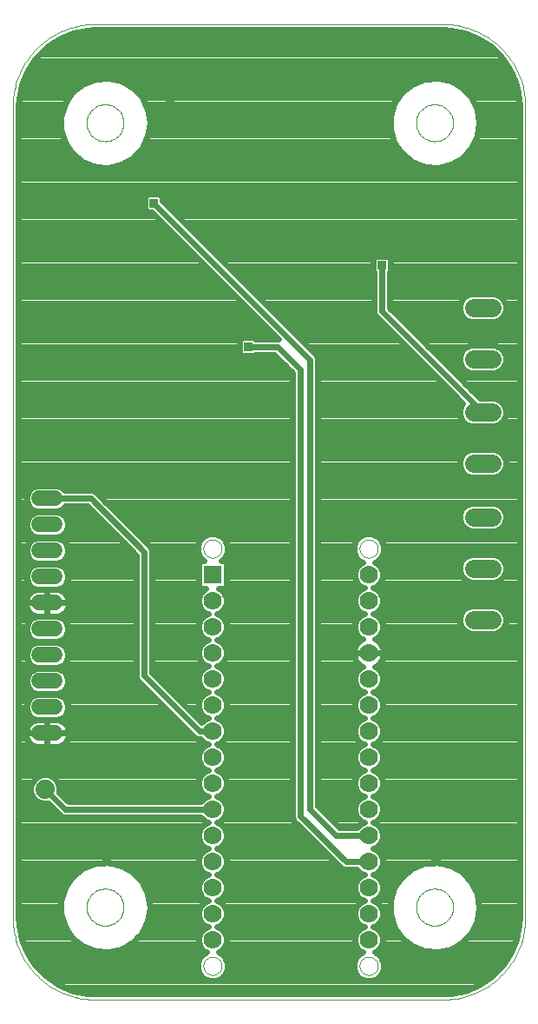
<source format=gbl>
G75*
%MOIN*%
%OFA0B0*%
%FSLAX24Y24*%
%IPPOS*%
%LPD*%
%AMOC8*
5,1,8,0,0,1.08239X$1,22.5*
%
%ADD10C,0.0000*%
%ADD11C,0.0740*%
%ADD12C,0.0600*%
%ADD13C,0.0705*%
%ADD14R,0.0700X0.0700*%
%ADD15C,0.0700*%
%ADD16C,0.0240*%
%ADD17R,0.0317X0.0317*%
D10*
X001927Y006076D02*
X001927Y037179D01*
X001926Y037179D02*
X001928Y037289D01*
X001934Y037399D01*
X001943Y037508D01*
X001957Y037617D01*
X001974Y037726D01*
X001995Y037834D01*
X002020Y037941D01*
X002048Y038047D01*
X002080Y038152D01*
X002116Y038256D01*
X002155Y038359D01*
X002198Y038460D01*
X002245Y038560D01*
X002295Y038658D01*
X002348Y038754D01*
X002405Y038848D01*
X002465Y038940D01*
X002528Y039031D01*
X002594Y039118D01*
X002663Y039204D01*
X002735Y039287D01*
X002810Y039367D01*
X002888Y039445D01*
X002968Y039520D01*
X003051Y039592D01*
X003137Y039661D01*
X003224Y039727D01*
X003315Y039790D01*
X003407Y039850D01*
X003501Y039907D01*
X003597Y039960D01*
X003695Y040010D01*
X003795Y040057D01*
X003896Y040100D01*
X003999Y040139D01*
X004103Y040175D01*
X004208Y040207D01*
X004314Y040235D01*
X004421Y040260D01*
X004529Y040281D01*
X004638Y040298D01*
X004747Y040312D01*
X004856Y040321D01*
X004966Y040327D01*
X005076Y040329D01*
X005076Y040328D02*
X018462Y040328D01*
X018462Y040329D02*
X018572Y040327D01*
X018682Y040321D01*
X018791Y040312D01*
X018900Y040298D01*
X019009Y040281D01*
X019117Y040260D01*
X019224Y040235D01*
X019330Y040207D01*
X019435Y040175D01*
X019539Y040139D01*
X019642Y040100D01*
X019743Y040057D01*
X019843Y040010D01*
X019941Y039960D01*
X020037Y039907D01*
X020131Y039850D01*
X020223Y039790D01*
X020314Y039727D01*
X020401Y039661D01*
X020487Y039592D01*
X020570Y039520D01*
X020650Y039445D01*
X020728Y039367D01*
X020803Y039287D01*
X020875Y039204D01*
X020944Y039118D01*
X021010Y039031D01*
X021073Y038940D01*
X021133Y038848D01*
X021190Y038754D01*
X021243Y038658D01*
X021293Y038560D01*
X021340Y038460D01*
X021383Y038359D01*
X021422Y038256D01*
X021458Y038152D01*
X021490Y038047D01*
X021518Y037941D01*
X021543Y037834D01*
X021564Y037726D01*
X021581Y037617D01*
X021595Y037508D01*
X021604Y037399D01*
X021610Y037289D01*
X021612Y037179D01*
X021612Y006076D01*
X021610Y005966D01*
X021604Y005856D01*
X021595Y005747D01*
X021581Y005638D01*
X021564Y005529D01*
X021543Y005421D01*
X021518Y005314D01*
X021490Y005208D01*
X021458Y005103D01*
X021422Y004999D01*
X021383Y004896D01*
X021340Y004795D01*
X021293Y004695D01*
X021243Y004597D01*
X021190Y004501D01*
X021133Y004407D01*
X021073Y004315D01*
X021010Y004224D01*
X020944Y004137D01*
X020875Y004051D01*
X020803Y003968D01*
X020728Y003888D01*
X020650Y003810D01*
X020570Y003735D01*
X020487Y003663D01*
X020401Y003594D01*
X020314Y003528D01*
X020223Y003465D01*
X020131Y003405D01*
X020037Y003348D01*
X019941Y003295D01*
X019843Y003245D01*
X019743Y003198D01*
X019642Y003155D01*
X019539Y003116D01*
X019435Y003080D01*
X019330Y003048D01*
X019224Y003020D01*
X019117Y002995D01*
X019009Y002974D01*
X018900Y002957D01*
X018791Y002943D01*
X018682Y002934D01*
X018572Y002928D01*
X018462Y002926D01*
X018462Y002927D02*
X005076Y002927D01*
X005076Y002926D02*
X004966Y002928D01*
X004856Y002934D01*
X004747Y002943D01*
X004638Y002957D01*
X004529Y002974D01*
X004421Y002995D01*
X004314Y003020D01*
X004208Y003048D01*
X004103Y003080D01*
X003999Y003116D01*
X003896Y003155D01*
X003795Y003198D01*
X003695Y003245D01*
X003597Y003295D01*
X003501Y003348D01*
X003407Y003405D01*
X003315Y003465D01*
X003224Y003528D01*
X003137Y003594D01*
X003051Y003663D01*
X002968Y003735D01*
X002888Y003810D01*
X002810Y003888D01*
X002735Y003968D01*
X002663Y004051D01*
X002594Y004137D01*
X002528Y004224D01*
X002465Y004315D01*
X002405Y004407D01*
X002348Y004501D01*
X002295Y004597D01*
X002245Y004695D01*
X002198Y004795D01*
X002155Y004896D01*
X002116Y004999D01*
X002080Y005103D01*
X002048Y005208D01*
X002020Y005314D01*
X001995Y005421D01*
X001974Y005529D01*
X001957Y005638D01*
X001943Y005747D01*
X001934Y005856D01*
X001928Y005966D01*
X001926Y006076D01*
X004761Y006470D02*
X004763Y006523D01*
X004769Y006576D01*
X004779Y006628D01*
X004792Y006679D01*
X004810Y006729D01*
X004831Y006778D01*
X004856Y006825D01*
X004884Y006869D01*
X004916Y006912D01*
X004950Y006952D01*
X004988Y006990D01*
X005028Y007024D01*
X005071Y007056D01*
X005116Y007084D01*
X005162Y007109D01*
X005211Y007130D01*
X005261Y007148D01*
X005312Y007161D01*
X005364Y007171D01*
X005417Y007177D01*
X005470Y007179D01*
X005523Y007177D01*
X005576Y007171D01*
X005628Y007161D01*
X005679Y007148D01*
X005729Y007130D01*
X005778Y007109D01*
X005825Y007084D01*
X005869Y007056D01*
X005912Y007024D01*
X005952Y006990D01*
X005990Y006952D01*
X006024Y006912D01*
X006056Y006869D01*
X006084Y006824D01*
X006109Y006778D01*
X006130Y006729D01*
X006148Y006679D01*
X006161Y006628D01*
X006171Y006576D01*
X006177Y006523D01*
X006179Y006470D01*
X006177Y006417D01*
X006171Y006364D01*
X006161Y006312D01*
X006148Y006261D01*
X006130Y006211D01*
X006109Y006162D01*
X006084Y006115D01*
X006056Y006071D01*
X006024Y006028D01*
X005990Y005988D01*
X005952Y005950D01*
X005912Y005916D01*
X005869Y005884D01*
X005824Y005856D01*
X005778Y005831D01*
X005729Y005810D01*
X005679Y005792D01*
X005628Y005779D01*
X005576Y005769D01*
X005523Y005763D01*
X005470Y005761D01*
X005417Y005763D01*
X005364Y005769D01*
X005312Y005779D01*
X005261Y005792D01*
X005211Y005810D01*
X005162Y005831D01*
X005115Y005856D01*
X005071Y005884D01*
X005028Y005916D01*
X004988Y005950D01*
X004950Y005988D01*
X004916Y006028D01*
X004884Y006071D01*
X004856Y006116D01*
X004831Y006162D01*
X004810Y006211D01*
X004792Y006261D01*
X004779Y006312D01*
X004769Y006364D01*
X004763Y006417D01*
X004761Y006470D01*
X009245Y004220D02*
X009247Y004257D01*
X009253Y004294D01*
X009263Y004330D01*
X009276Y004365D01*
X009293Y004398D01*
X009314Y004429D01*
X009338Y004457D01*
X009365Y004483D01*
X009394Y004506D01*
X009425Y004526D01*
X009459Y004542D01*
X009494Y004555D01*
X009530Y004564D01*
X009567Y004569D01*
X009604Y004570D01*
X009641Y004567D01*
X009678Y004560D01*
X009714Y004549D01*
X009748Y004535D01*
X009781Y004517D01*
X009811Y004495D01*
X009839Y004471D01*
X009864Y004443D01*
X009887Y004413D01*
X009906Y004381D01*
X009921Y004347D01*
X009933Y004312D01*
X009941Y004276D01*
X009945Y004239D01*
X009945Y004201D01*
X009941Y004164D01*
X009933Y004128D01*
X009921Y004093D01*
X009906Y004059D01*
X009887Y004027D01*
X009864Y003997D01*
X009839Y003969D01*
X009811Y003945D01*
X009781Y003923D01*
X009748Y003905D01*
X009714Y003891D01*
X009678Y003880D01*
X009641Y003873D01*
X009604Y003870D01*
X009567Y003871D01*
X009530Y003876D01*
X009494Y003885D01*
X009459Y003898D01*
X009425Y003914D01*
X009394Y003934D01*
X009365Y003957D01*
X009338Y003983D01*
X009314Y004011D01*
X009293Y004042D01*
X009276Y004075D01*
X009263Y004110D01*
X009253Y004146D01*
X009247Y004183D01*
X009245Y004220D01*
X015245Y004220D02*
X015247Y004257D01*
X015253Y004294D01*
X015263Y004330D01*
X015276Y004365D01*
X015293Y004398D01*
X015314Y004429D01*
X015338Y004457D01*
X015365Y004483D01*
X015394Y004506D01*
X015425Y004526D01*
X015459Y004542D01*
X015494Y004555D01*
X015530Y004564D01*
X015567Y004569D01*
X015604Y004570D01*
X015641Y004567D01*
X015678Y004560D01*
X015714Y004549D01*
X015748Y004535D01*
X015781Y004517D01*
X015811Y004495D01*
X015839Y004471D01*
X015864Y004443D01*
X015887Y004413D01*
X015906Y004381D01*
X015921Y004347D01*
X015933Y004312D01*
X015941Y004276D01*
X015945Y004239D01*
X015945Y004201D01*
X015941Y004164D01*
X015933Y004128D01*
X015921Y004093D01*
X015906Y004059D01*
X015887Y004027D01*
X015864Y003997D01*
X015839Y003969D01*
X015811Y003945D01*
X015781Y003923D01*
X015748Y003905D01*
X015714Y003891D01*
X015678Y003880D01*
X015641Y003873D01*
X015604Y003870D01*
X015567Y003871D01*
X015530Y003876D01*
X015494Y003885D01*
X015459Y003898D01*
X015425Y003914D01*
X015394Y003934D01*
X015365Y003957D01*
X015338Y003983D01*
X015314Y004011D01*
X015293Y004042D01*
X015276Y004075D01*
X015263Y004110D01*
X015253Y004146D01*
X015247Y004183D01*
X015245Y004220D01*
X017418Y006470D02*
X017420Y006523D01*
X017426Y006576D01*
X017436Y006628D01*
X017449Y006679D01*
X017467Y006729D01*
X017488Y006778D01*
X017513Y006825D01*
X017541Y006869D01*
X017573Y006912D01*
X017607Y006952D01*
X017645Y006990D01*
X017685Y007024D01*
X017728Y007056D01*
X017773Y007084D01*
X017819Y007109D01*
X017868Y007130D01*
X017918Y007148D01*
X017969Y007161D01*
X018021Y007171D01*
X018074Y007177D01*
X018127Y007179D01*
X018180Y007177D01*
X018233Y007171D01*
X018285Y007161D01*
X018336Y007148D01*
X018386Y007130D01*
X018435Y007109D01*
X018482Y007084D01*
X018526Y007056D01*
X018569Y007024D01*
X018609Y006990D01*
X018647Y006952D01*
X018681Y006912D01*
X018713Y006869D01*
X018741Y006824D01*
X018766Y006778D01*
X018787Y006729D01*
X018805Y006679D01*
X018818Y006628D01*
X018828Y006576D01*
X018834Y006523D01*
X018836Y006470D01*
X018834Y006417D01*
X018828Y006364D01*
X018818Y006312D01*
X018805Y006261D01*
X018787Y006211D01*
X018766Y006162D01*
X018741Y006115D01*
X018713Y006071D01*
X018681Y006028D01*
X018647Y005988D01*
X018609Y005950D01*
X018569Y005916D01*
X018526Y005884D01*
X018481Y005856D01*
X018435Y005831D01*
X018386Y005810D01*
X018336Y005792D01*
X018285Y005779D01*
X018233Y005769D01*
X018180Y005763D01*
X018127Y005761D01*
X018074Y005763D01*
X018021Y005769D01*
X017969Y005779D01*
X017918Y005792D01*
X017868Y005810D01*
X017819Y005831D01*
X017772Y005856D01*
X017728Y005884D01*
X017685Y005916D01*
X017645Y005950D01*
X017607Y005988D01*
X017573Y006028D01*
X017541Y006071D01*
X017513Y006116D01*
X017488Y006162D01*
X017467Y006211D01*
X017449Y006261D01*
X017436Y006312D01*
X017426Y006364D01*
X017420Y006417D01*
X017418Y006470D01*
X015245Y020220D02*
X015247Y020257D01*
X015253Y020294D01*
X015263Y020330D01*
X015276Y020365D01*
X015293Y020398D01*
X015314Y020429D01*
X015338Y020457D01*
X015365Y020483D01*
X015394Y020506D01*
X015425Y020526D01*
X015459Y020542D01*
X015494Y020555D01*
X015530Y020564D01*
X015567Y020569D01*
X015604Y020570D01*
X015641Y020567D01*
X015678Y020560D01*
X015714Y020549D01*
X015748Y020535D01*
X015781Y020517D01*
X015811Y020495D01*
X015839Y020471D01*
X015864Y020443D01*
X015887Y020413D01*
X015906Y020381D01*
X015921Y020347D01*
X015933Y020312D01*
X015941Y020276D01*
X015945Y020239D01*
X015945Y020201D01*
X015941Y020164D01*
X015933Y020128D01*
X015921Y020093D01*
X015906Y020059D01*
X015887Y020027D01*
X015864Y019997D01*
X015839Y019969D01*
X015811Y019945D01*
X015781Y019923D01*
X015748Y019905D01*
X015714Y019891D01*
X015678Y019880D01*
X015641Y019873D01*
X015604Y019870D01*
X015567Y019871D01*
X015530Y019876D01*
X015494Y019885D01*
X015459Y019898D01*
X015425Y019914D01*
X015394Y019934D01*
X015365Y019957D01*
X015338Y019983D01*
X015314Y020011D01*
X015293Y020042D01*
X015276Y020075D01*
X015263Y020110D01*
X015253Y020146D01*
X015247Y020183D01*
X015245Y020220D01*
X009245Y020220D02*
X009247Y020257D01*
X009253Y020294D01*
X009263Y020330D01*
X009276Y020365D01*
X009293Y020398D01*
X009314Y020429D01*
X009338Y020457D01*
X009365Y020483D01*
X009394Y020506D01*
X009425Y020526D01*
X009459Y020542D01*
X009494Y020555D01*
X009530Y020564D01*
X009567Y020569D01*
X009604Y020570D01*
X009641Y020567D01*
X009678Y020560D01*
X009714Y020549D01*
X009748Y020535D01*
X009781Y020517D01*
X009811Y020495D01*
X009839Y020471D01*
X009864Y020443D01*
X009887Y020413D01*
X009906Y020381D01*
X009921Y020347D01*
X009933Y020312D01*
X009941Y020276D01*
X009945Y020239D01*
X009945Y020201D01*
X009941Y020164D01*
X009933Y020128D01*
X009921Y020093D01*
X009906Y020059D01*
X009887Y020027D01*
X009864Y019997D01*
X009839Y019969D01*
X009811Y019945D01*
X009781Y019923D01*
X009748Y019905D01*
X009714Y019891D01*
X009678Y019880D01*
X009641Y019873D01*
X009604Y019870D01*
X009567Y019871D01*
X009530Y019876D01*
X009494Y019885D01*
X009459Y019898D01*
X009425Y019914D01*
X009394Y019934D01*
X009365Y019957D01*
X009338Y019983D01*
X009314Y020011D01*
X009293Y020042D01*
X009276Y020075D01*
X009263Y020110D01*
X009253Y020146D01*
X009247Y020183D01*
X009245Y020220D01*
X004761Y036549D02*
X004763Y036602D01*
X004769Y036655D01*
X004779Y036707D01*
X004792Y036758D01*
X004810Y036808D01*
X004831Y036857D01*
X004856Y036904D01*
X004884Y036948D01*
X004916Y036991D01*
X004950Y037031D01*
X004988Y037069D01*
X005028Y037103D01*
X005071Y037135D01*
X005116Y037163D01*
X005162Y037188D01*
X005211Y037209D01*
X005261Y037227D01*
X005312Y037240D01*
X005364Y037250D01*
X005417Y037256D01*
X005470Y037258D01*
X005523Y037256D01*
X005576Y037250D01*
X005628Y037240D01*
X005679Y037227D01*
X005729Y037209D01*
X005778Y037188D01*
X005825Y037163D01*
X005869Y037135D01*
X005912Y037103D01*
X005952Y037069D01*
X005990Y037031D01*
X006024Y036991D01*
X006056Y036948D01*
X006084Y036903D01*
X006109Y036857D01*
X006130Y036808D01*
X006148Y036758D01*
X006161Y036707D01*
X006171Y036655D01*
X006177Y036602D01*
X006179Y036549D01*
X006177Y036496D01*
X006171Y036443D01*
X006161Y036391D01*
X006148Y036340D01*
X006130Y036290D01*
X006109Y036241D01*
X006084Y036194D01*
X006056Y036150D01*
X006024Y036107D01*
X005990Y036067D01*
X005952Y036029D01*
X005912Y035995D01*
X005869Y035963D01*
X005824Y035935D01*
X005778Y035910D01*
X005729Y035889D01*
X005679Y035871D01*
X005628Y035858D01*
X005576Y035848D01*
X005523Y035842D01*
X005470Y035840D01*
X005417Y035842D01*
X005364Y035848D01*
X005312Y035858D01*
X005261Y035871D01*
X005211Y035889D01*
X005162Y035910D01*
X005115Y035935D01*
X005071Y035963D01*
X005028Y035995D01*
X004988Y036029D01*
X004950Y036067D01*
X004916Y036107D01*
X004884Y036150D01*
X004856Y036195D01*
X004831Y036241D01*
X004810Y036290D01*
X004792Y036340D01*
X004779Y036391D01*
X004769Y036443D01*
X004763Y036496D01*
X004761Y036549D01*
X017418Y036549D02*
X017420Y036602D01*
X017426Y036655D01*
X017436Y036707D01*
X017449Y036758D01*
X017467Y036808D01*
X017488Y036857D01*
X017513Y036904D01*
X017541Y036948D01*
X017573Y036991D01*
X017607Y037031D01*
X017645Y037069D01*
X017685Y037103D01*
X017728Y037135D01*
X017773Y037163D01*
X017819Y037188D01*
X017868Y037209D01*
X017918Y037227D01*
X017969Y037240D01*
X018021Y037250D01*
X018074Y037256D01*
X018127Y037258D01*
X018180Y037256D01*
X018233Y037250D01*
X018285Y037240D01*
X018336Y037227D01*
X018386Y037209D01*
X018435Y037188D01*
X018482Y037163D01*
X018526Y037135D01*
X018569Y037103D01*
X018609Y037069D01*
X018647Y037031D01*
X018681Y036991D01*
X018713Y036948D01*
X018741Y036903D01*
X018766Y036857D01*
X018787Y036808D01*
X018805Y036758D01*
X018818Y036707D01*
X018828Y036655D01*
X018834Y036602D01*
X018836Y036549D01*
X018834Y036496D01*
X018828Y036443D01*
X018818Y036391D01*
X018805Y036340D01*
X018787Y036290D01*
X018766Y036241D01*
X018741Y036194D01*
X018713Y036150D01*
X018681Y036107D01*
X018647Y036067D01*
X018609Y036029D01*
X018569Y035995D01*
X018526Y035963D01*
X018481Y035935D01*
X018435Y035910D01*
X018386Y035889D01*
X018336Y035871D01*
X018285Y035858D01*
X018233Y035848D01*
X018180Y035842D01*
X018127Y035840D01*
X018074Y035842D01*
X018021Y035848D01*
X017969Y035858D01*
X017918Y035871D01*
X017868Y035889D01*
X017819Y035910D01*
X017772Y035935D01*
X017728Y035963D01*
X017685Y035995D01*
X017645Y036029D01*
X017607Y036067D01*
X017573Y036107D01*
X017541Y036150D01*
X017513Y036195D01*
X017488Y036241D01*
X017467Y036290D01*
X017449Y036340D01*
X017436Y036391D01*
X017426Y036443D01*
X017420Y036496D01*
X017418Y036549D01*
D11*
X003165Y010992D03*
D12*
X002946Y013141D02*
X003546Y013141D01*
X003546Y014141D02*
X002946Y014141D01*
X002946Y015141D02*
X003546Y015141D01*
X003546Y016141D02*
X002946Y016141D01*
X002946Y017141D02*
X003546Y017141D01*
X003546Y018141D02*
X002946Y018141D01*
X002946Y019141D02*
X003546Y019141D01*
X003546Y020141D02*
X002946Y020141D01*
X002946Y021141D02*
X003546Y021141D01*
X003546Y022141D02*
X002946Y022141D01*
D13*
X019625Y021439D02*
X020330Y021439D01*
X020330Y019470D02*
X019625Y019470D01*
X019625Y017501D02*
X020330Y017501D01*
X020323Y023486D02*
X019618Y023486D01*
X019618Y025454D02*
X020323Y025454D01*
X020323Y027486D02*
X019618Y027486D01*
X019618Y029454D02*
X020323Y029454D01*
D14*
X009595Y019220D03*
D15*
X009595Y018220D03*
X009595Y017220D03*
X009595Y016220D03*
X009595Y015220D03*
X009595Y014220D03*
X009595Y013220D03*
X009595Y012220D03*
X009595Y011220D03*
X009595Y010220D03*
X009595Y009220D03*
X009595Y008220D03*
X009595Y007220D03*
X009595Y006220D03*
X009595Y005220D03*
X015595Y005220D03*
X015595Y006220D03*
X015595Y007220D03*
X015595Y008220D03*
X015595Y009220D03*
X015595Y010220D03*
X015595Y011220D03*
X015595Y012220D03*
X015595Y013220D03*
X015595Y014220D03*
X015595Y015220D03*
X015595Y016220D03*
X015595Y017220D03*
X015595Y018220D03*
X015595Y019220D03*
D16*
X002812Y004218D02*
X003218Y003812D01*
X003695Y003493D01*
X004226Y003273D01*
X004789Y003161D01*
X005076Y003147D01*
X018371Y003147D01*
X018462Y003147D01*
X018749Y003161D01*
X019313Y003273D01*
X019843Y003493D01*
X020321Y003812D01*
X020727Y004218D01*
X021046Y004695D01*
X021266Y005226D01*
X021378Y005789D01*
X021392Y006076D01*
X021392Y037179D01*
X021378Y037466D01*
X021266Y038029D01*
X021046Y038560D01*
X020727Y039037D01*
X020321Y039443D01*
X019843Y039762D01*
X019313Y039982D01*
X018749Y040094D01*
X018462Y040108D01*
X005076Y040108D01*
X004789Y040094D01*
X004226Y039982D01*
X003695Y039762D01*
X003218Y039443D01*
X002812Y039037D01*
X002493Y038560D01*
X002273Y038029D01*
X002161Y037466D01*
X002147Y037179D01*
X002147Y006076D01*
X002161Y005789D01*
X002273Y005226D01*
X002493Y004695D01*
X002812Y004218D01*
X002910Y004119D02*
X009025Y004119D01*
X009025Y004107D02*
X009112Y003897D01*
X009272Y003737D01*
X009482Y003650D01*
X009708Y003650D01*
X009918Y003737D01*
X010078Y003897D01*
X010165Y004107D01*
X010165Y004333D01*
X010078Y004543D01*
X009918Y004703D01*
X009825Y004742D01*
X009895Y004771D01*
X010044Y004920D01*
X010125Y005115D01*
X010125Y005325D01*
X010044Y005520D01*
X009895Y005669D01*
X009773Y005720D01*
X009895Y005771D01*
X010044Y005920D01*
X010125Y006115D01*
X010125Y006325D01*
X010044Y006520D01*
X009895Y006669D01*
X009773Y006720D01*
X009895Y006771D01*
X010044Y006920D01*
X010125Y007115D01*
X010125Y007325D01*
X010044Y007520D01*
X009895Y007669D01*
X009773Y007720D01*
X009895Y007771D01*
X010044Y007920D01*
X010125Y008115D01*
X010125Y008325D01*
X010044Y008520D01*
X009895Y008669D01*
X009773Y008720D01*
X009895Y008771D01*
X010044Y008920D01*
X010125Y009115D01*
X010125Y009325D01*
X010044Y009520D01*
X009895Y009669D01*
X009773Y009720D01*
X009895Y009771D01*
X010044Y009920D01*
X010125Y010115D01*
X010125Y010325D01*
X010044Y010520D01*
X009895Y010669D01*
X009773Y010720D01*
X009895Y010771D01*
X010044Y010920D01*
X010125Y011115D01*
X010125Y011325D01*
X010044Y011520D01*
X009895Y011669D01*
X009773Y011720D01*
X009895Y011771D01*
X010044Y011920D01*
X010125Y012115D01*
X010125Y012325D01*
X010044Y012520D01*
X009895Y012669D01*
X009773Y012720D01*
X009895Y012771D01*
X010044Y012920D01*
X010125Y013115D01*
X010125Y013325D01*
X010044Y013520D01*
X009895Y013669D01*
X009773Y013720D01*
X009895Y013771D01*
X010044Y013920D01*
X010125Y014115D01*
X010125Y014325D01*
X010044Y014520D01*
X009895Y014669D01*
X009773Y014720D01*
X009895Y014771D01*
X010044Y014920D01*
X010125Y015115D01*
X010125Y015325D01*
X010044Y015520D01*
X009895Y015669D01*
X009773Y015720D01*
X009895Y015771D01*
X010044Y015920D01*
X010125Y016115D01*
X010125Y016325D01*
X010044Y016520D01*
X009895Y016669D01*
X009773Y016720D01*
X009895Y016771D01*
X010044Y016920D01*
X010125Y017115D01*
X010125Y017325D01*
X010044Y017520D01*
X009895Y017669D01*
X009773Y017720D01*
X009895Y017771D01*
X010044Y017920D01*
X010125Y018115D01*
X010125Y018325D01*
X010044Y018520D01*
X009895Y018669D01*
X009845Y018690D01*
X010020Y018690D01*
X010125Y018795D01*
X010125Y019645D01*
X010020Y019750D01*
X009931Y019750D01*
X010078Y019897D01*
X010165Y020107D01*
X010165Y020333D01*
X010078Y020543D01*
X009918Y020703D01*
X009708Y020790D01*
X009482Y020790D01*
X009272Y020703D01*
X009112Y020543D01*
X009025Y020333D01*
X009025Y020107D01*
X009112Y019897D01*
X009259Y019750D01*
X009170Y019750D01*
X009065Y019645D01*
X009065Y018795D01*
X009170Y018690D01*
X009345Y018690D01*
X009295Y018669D01*
X009146Y018520D01*
X009065Y018325D01*
X009065Y018115D01*
X009146Y017920D01*
X009295Y017771D01*
X009417Y017720D01*
X009295Y017669D01*
X009146Y017520D01*
X009065Y017325D01*
X009065Y017115D01*
X009146Y016920D01*
X009295Y016771D01*
X009417Y016720D01*
X009295Y016669D01*
X009146Y016520D01*
X009065Y016325D01*
X009065Y016115D01*
X009146Y015920D01*
X009295Y015771D01*
X009417Y015720D01*
X009295Y015669D01*
X009146Y015520D01*
X009065Y015325D01*
X009065Y015115D01*
X009146Y014920D01*
X009295Y014771D01*
X009417Y014720D01*
X009295Y014669D01*
X009146Y014520D01*
X009065Y014325D01*
X009065Y014115D01*
X009146Y013920D01*
X009295Y013771D01*
X009417Y013720D01*
X009295Y013669D01*
X009182Y013557D01*
X007270Y015469D01*
X007270Y020155D01*
X007224Y020265D01*
X005178Y022311D01*
X005094Y022396D01*
X004983Y022441D01*
X003924Y022441D01*
X003817Y022548D01*
X003641Y022621D01*
X002850Y022621D01*
X002674Y022548D01*
X002539Y022413D01*
X002466Y022237D01*
X002466Y022046D01*
X002539Y021869D01*
X002674Y021734D01*
X002850Y021661D01*
X003641Y021661D01*
X003817Y021734D01*
X003924Y021841D01*
X004799Y021841D01*
X006670Y019971D01*
X006670Y015285D01*
X006716Y015175D01*
X006800Y015091D01*
X008925Y012966D01*
X009035Y012920D01*
X009146Y012920D01*
X009295Y012771D01*
X009417Y012720D01*
X009295Y012669D01*
X009146Y012520D01*
X009065Y012325D01*
X009065Y012115D01*
X009146Y011920D01*
X009295Y011771D01*
X009417Y011720D01*
X009295Y011669D01*
X009146Y011520D01*
X009065Y011325D01*
X009065Y011115D01*
X009146Y010920D01*
X009295Y010771D01*
X009417Y010720D01*
X009295Y010669D01*
X009146Y010520D01*
X009146Y010520D01*
X004061Y010520D01*
X003710Y010871D01*
X003715Y010882D01*
X003715Y011101D01*
X003631Y011303D01*
X003476Y011458D01*
X003274Y011542D01*
X003055Y011542D01*
X002853Y011458D01*
X002699Y011303D01*
X002615Y011101D01*
X002615Y010882D01*
X002699Y010680D01*
X002853Y010525D01*
X003055Y010442D01*
X003274Y010442D01*
X003286Y010446D01*
X003767Y009966D01*
X003877Y009920D01*
X009146Y009920D01*
X009295Y009771D01*
X009417Y009720D01*
X009295Y009669D01*
X009146Y009520D01*
X009065Y009325D01*
X009065Y009115D01*
X009146Y008920D01*
X009295Y008771D01*
X009417Y008720D01*
X009295Y008669D01*
X009146Y008520D01*
X009065Y008325D01*
X009065Y008115D01*
X009146Y007920D01*
X009295Y007771D01*
X009417Y007720D01*
X009295Y007669D01*
X009146Y007520D01*
X009065Y007325D01*
X009065Y007115D01*
X009146Y006920D01*
X009295Y006771D01*
X009417Y006720D01*
X009295Y006669D01*
X009146Y006520D01*
X009065Y006325D01*
X009065Y006115D01*
X009146Y005920D01*
X009295Y005771D01*
X009417Y005720D01*
X009295Y005669D01*
X009146Y005520D01*
X009065Y005325D01*
X009065Y005115D01*
X009146Y004920D01*
X009295Y004771D01*
X009365Y004742D01*
X009272Y004703D01*
X009112Y004543D01*
X009025Y004333D01*
X009025Y004107D01*
X009128Y003881D02*
X003149Y003881D01*
X003471Y003642D02*
X020067Y003642D01*
X020390Y003881D02*
X016062Y003881D01*
X016078Y003897D02*
X016165Y004107D01*
X016165Y004333D01*
X016078Y004543D01*
X015918Y004703D01*
X015825Y004742D01*
X015895Y004771D01*
X016044Y004920D01*
X016125Y005115D01*
X016125Y005325D01*
X016044Y005520D01*
X015895Y005669D01*
X015773Y005720D01*
X015895Y005771D01*
X016044Y005920D01*
X016125Y006115D01*
X016125Y006325D01*
X016044Y006520D01*
X015895Y006669D01*
X015773Y006720D01*
X015895Y006771D01*
X016044Y006920D01*
X016125Y007115D01*
X016125Y007325D01*
X016044Y007520D01*
X015895Y007669D01*
X015773Y007720D01*
X015895Y007771D01*
X016044Y007920D01*
X016125Y008115D01*
X016125Y008325D01*
X016044Y008520D01*
X015895Y008669D01*
X015773Y008720D01*
X015895Y008771D01*
X016044Y008920D01*
X016125Y009115D01*
X016125Y009325D01*
X016044Y009520D01*
X015895Y009669D01*
X015773Y009720D01*
X015895Y009771D01*
X016044Y009920D01*
X016125Y010115D01*
X016125Y010325D01*
X016044Y010520D01*
X015895Y010669D01*
X015773Y010720D01*
X015895Y010771D01*
X016044Y010920D01*
X016125Y011115D01*
X016125Y011325D01*
X016044Y011520D01*
X015895Y011669D01*
X015773Y011720D01*
X015895Y011771D01*
X016044Y011920D01*
X016125Y012115D01*
X016125Y012325D01*
X016044Y012520D01*
X015895Y012669D01*
X015773Y012720D01*
X015895Y012771D01*
X016044Y012920D01*
X016125Y013115D01*
X016125Y013325D01*
X016044Y013520D01*
X015895Y013669D01*
X015773Y013720D01*
X015895Y013771D01*
X016044Y013920D01*
X016125Y014115D01*
X016125Y014325D01*
X016044Y014520D01*
X015895Y014669D01*
X015773Y014720D01*
X015895Y014771D01*
X016044Y014920D01*
X016125Y015115D01*
X016125Y015325D01*
X016044Y015520D01*
X015895Y015669D01*
X015826Y015698D01*
X015894Y015732D01*
X015966Y015785D01*
X016030Y015849D01*
X016083Y015921D01*
X016123Y016001D01*
X016151Y016087D01*
X016165Y016175D01*
X016165Y016220D01*
X016165Y016265D01*
X016151Y016353D01*
X016123Y016439D01*
X016083Y016519D01*
X016030Y016591D01*
X015966Y016655D01*
X015894Y016708D01*
X015826Y016742D01*
X015895Y016771D01*
X016044Y016920D01*
X016125Y017115D01*
X016125Y017325D01*
X016044Y017520D01*
X015895Y017669D01*
X015773Y017720D01*
X015895Y017771D01*
X016044Y017920D01*
X016125Y018115D01*
X016125Y018325D01*
X016044Y018520D01*
X015895Y018669D01*
X015773Y018720D01*
X015895Y018771D01*
X016044Y018920D01*
X016125Y019115D01*
X016125Y019325D01*
X016044Y019520D01*
X015895Y019669D01*
X015825Y019698D01*
X015918Y019737D01*
X016078Y019897D01*
X016165Y020107D01*
X016165Y020333D01*
X016078Y020543D01*
X015918Y020703D01*
X015708Y020790D01*
X015482Y020790D01*
X015272Y020703D01*
X015112Y020543D01*
X015025Y020333D01*
X015025Y020107D01*
X015112Y019897D01*
X015272Y019737D01*
X015365Y019698D01*
X015295Y019669D01*
X015146Y019520D01*
X015065Y019325D01*
X015065Y019115D01*
X015146Y018920D01*
X015295Y018771D01*
X015417Y018720D01*
X015295Y018669D01*
X015146Y018520D01*
X015065Y018325D01*
X015065Y018115D01*
X015146Y017920D01*
X015295Y017771D01*
X015417Y017720D01*
X015295Y017669D01*
X015146Y017520D01*
X015065Y017325D01*
X015065Y017115D01*
X015146Y016920D01*
X015295Y016771D01*
X015364Y016742D01*
X015296Y016708D01*
X015224Y016655D01*
X015160Y016591D01*
X015107Y016519D01*
X015067Y016439D01*
X015039Y016353D01*
X015025Y016265D01*
X015025Y016220D01*
X015595Y016220D01*
X016165Y016220D01*
X015595Y016220D01*
X015595Y016220D01*
X015595Y016220D01*
X015025Y016220D01*
X015025Y016175D01*
X015039Y016087D01*
X015067Y016001D01*
X015107Y015921D01*
X015160Y015849D01*
X015224Y015785D01*
X015296Y015732D01*
X015364Y015698D01*
X015295Y015669D01*
X015146Y015520D01*
X015065Y015325D01*
X015065Y015115D01*
X015146Y014920D01*
X015295Y014771D01*
X015417Y014720D01*
X015295Y014669D01*
X015146Y014520D01*
X015065Y014325D01*
X015065Y014115D01*
X015146Y013920D01*
X015295Y013771D01*
X015417Y013720D01*
X015295Y013669D01*
X015146Y013520D01*
X015065Y013325D01*
X015065Y013115D01*
X015146Y012920D01*
X015295Y012771D01*
X015417Y012720D01*
X015295Y012669D01*
X015146Y012520D01*
X015065Y012325D01*
X015065Y012115D01*
X015146Y011920D01*
X015295Y011771D01*
X015417Y011720D01*
X015295Y011669D01*
X015146Y011520D01*
X015065Y011325D01*
X015065Y011115D01*
X015146Y010920D01*
X015295Y010771D01*
X015417Y010720D01*
X015295Y010669D01*
X015146Y010520D01*
X015065Y010325D01*
X015065Y010115D01*
X015146Y009920D01*
X015295Y009771D01*
X015417Y009720D01*
X015295Y009669D01*
X015146Y009520D01*
X015146Y009520D01*
X014469Y009520D01*
X013645Y010344D01*
X013645Y027530D01*
X013599Y027640D01*
X013515Y027724D01*
X007683Y033556D01*
X007683Y033703D01*
X007578Y033808D01*
X007112Y033808D01*
X007007Y033703D01*
X007007Y033237D01*
X007112Y033132D01*
X007259Y033132D01*
X012121Y028270D01*
X011241Y028270D01*
X011203Y028308D01*
X010737Y028308D01*
X010632Y028203D01*
X010632Y027737D01*
X010737Y027632D01*
X011203Y027632D01*
X011241Y027670D01*
X011971Y027670D01*
X012670Y026971D01*
X012670Y009910D01*
X012716Y009800D01*
X014466Y008050D01*
X014550Y007966D01*
X014660Y007920D01*
X015146Y007920D01*
X015295Y007771D01*
X015417Y007720D01*
X015295Y007669D01*
X015146Y007520D01*
X015065Y007325D01*
X015065Y007115D01*
X015146Y006920D01*
X015295Y006771D01*
X015417Y006720D01*
X015295Y006669D01*
X015146Y006520D01*
X015065Y006325D01*
X015065Y006115D01*
X015146Y005920D01*
X015295Y005771D01*
X015417Y005720D01*
X015295Y005669D01*
X015146Y005520D01*
X015065Y005325D01*
X015065Y005115D01*
X015146Y004920D01*
X015295Y004771D01*
X015365Y004742D01*
X015272Y004703D01*
X015112Y004543D01*
X015025Y004333D01*
X015025Y004107D01*
X015112Y003897D01*
X015272Y003737D01*
X015482Y003650D01*
X015708Y003650D01*
X015918Y003737D01*
X016078Y003897D01*
X016165Y004119D02*
X020628Y004119D01*
X020820Y004358D02*
X016155Y004358D01*
X016025Y004596D02*
X020980Y004596D01*
X021104Y004835D02*
X018606Y004835D01*
X018756Y004869D02*
X018256Y004755D01*
X018256Y004755D01*
X017745Y004793D01*
X017745Y004793D01*
X017267Y004980D01*
X017267Y004980D01*
X016867Y005300D01*
X016867Y005300D01*
X016867Y005300D01*
X016578Y005724D01*
X016578Y005724D01*
X016427Y006214D01*
X016427Y006726D01*
X016578Y007216D01*
X016578Y007216D01*
X016867Y007640D01*
X016867Y007640D01*
X017267Y007960D01*
X017267Y007960D01*
X017745Y008147D01*
X018256Y008185D01*
X018756Y008071D01*
X018756Y008071D01*
X019200Y007815D01*
X019200Y007815D01*
X019549Y007439D01*
X019549Y007439D01*
X019771Y006977D01*
X019771Y006977D01*
X019847Y006470D01*
X019771Y005963D01*
X019549Y005501D01*
X019549Y005501D01*
X019200Y005125D01*
X019200Y005125D01*
X018756Y004869D01*
X018756Y004869D01*
X019110Y005073D02*
X021202Y005073D01*
X021283Y005312D02*
X019373Y005312D01*
X019572Y005550D02*
X021330Y005550D01*
X021378Y005789D02*
X019687Y005789D01*
X019771Y005963D02*
X019771Y005963D01*
X019781Y006027D02*
X021389Y006027D01*
X021392Y006266D02*
X019817Y006266D01*
X019842Y006504D02*
X021392Y006504D01*
X021392Y006743D02*
X019806Y006743D01*
X019769Y006981D02*
X021392Y006981D01*
X021392Y007220D02*
X019654Y007220D01*
X019531Y007458D02*
X021392Y007458D01*
X021392Y007697D02*
X019309Y007697D01*
X018991Y007935D02*
X021392Y007935D01*
X021392Y008174D02*
X018306Y008174D01*
X018103Y008174D02*
X016125Y008174D01*
X016089Y008412D02*
X021392Y008412D01*
X021392Y008651D02*
X015914Y008651D01*
X016014Y008889D02*
X021392Y008889D01*
X021392Y009128D02*
X016125Y009128D01*
X016108Y009366D02*
X021392Y009366D01*
X021392Y009605D02*
X015960Y009605D01*
X015968Y009843D02*
X021392Y009843D01*
X021392Y010082D02*
X016111Y010082D01*
X016125Y010320D02*
X021392Y010320D01*
X021392Y010559D02*
X016006Y010559D01*
X015922Y010797D02*
X021392Y010797D01*
X021392Y011036D02*
X016092Y011036D01*
X016125Y011274D02*
X021392Y011274D01*
X021392Y011513D02*
X016047Y011513D01*
X015848Y011751D02*
X021392Y011751D01*
X021392Y011990D02*
X016073Y011990D01*
X016125Y012228D02*
X021392Y012228D01*
X021392Y012467D02*
X016066Y012467D01*
X015809Y012705D02*
X021392Y012705D01*
X021392Y012944D02*
X016054Y012944D01*
X016125Y013182D02*
X021392Y013182D01*
X021392Y013421D02*
X016086Y013421D01*
X015905Y013659D02*
X021392Y013659D01*
X021392Y013898D02*
X016022Y013898D01*
X016125Y014136D02*
X021392Y014136D01*
X021392Y014375D02*
X016105Y014375D01*
X015951Y014613D02*
X021392Y014613D01*
X021392Y014852D02*
X015976Y014852D01*
X016115Y015090D02*
X021392Y015090D01*
X021392Y015329D02*
X016124Y015329D01*
X015997Y015567D02*
X021392Y015567D01*
X021392Y015806D02*
X015987Y015806D01*
X016137Y016044D02*
X021392Y016044D01*
X021392Y016283D02*
X016162Y016283D01*
X016081Y016521D02*
X021392Y016521D01*
X021392Y016760D02*
X015869Y016760D01*
X016077Y016998D02*
X019449Y016998D01*
X019519Y016969D02*
X019324Y017050D01*
X019174Y017200D01*
X019093Y017396D01*
X019093Y017607D01*
X019174Y017803D01*
X019324Y017953D01*
X019519Y018034D01*
X020436Y018034D01*
X020632Y017953D01*
X020782Y017803D01*
X020863Y017607D01*
X020863Y017396D01*
X020782Y017200D01*
X020632Y017050D01*
X020436Y016969D01*
X019519Y016969D01*
X019159Y017237D02*
X016125Y017237D01*
X016063Y017475D02*
X019093Y017475D01*
X019137Y017714D02*
X015788Y017714D01*
X016058Y017952D02*
X019323Y017952D01*
X019519Y018938D02*
X019324Y019019D01*
X019174Y019168D01*
X019093Y019364D01*
X019093Y019576D01*
X019174Y019772D01*
X019324Y019921D01*
X019519Y020002D01*
X020436Y020002D01*
X020632Y019921D01*
X020782Y019772D01*
X020863Y019576D01*
X020863Y019364D01*
X020782Y019168D01*
X020632Y019019D01*
X020436Y018938D01*
X019519Y018938D01*
X019198Y019145D02*
X016125Y019145D01*
X016101Y019383D02*
X019093Y019383D01*
X019112Y019622D02*
X015943Y019622D01*
X016041Y019860D02*
X019263Y019860D01*
X019519Y020906D02*
X019324Y020987D01*
X019174Y021137D01*
X019093Y021333D01*
X019093Y021544D01*
X019174Y021740D01*
X019324Y021890D01*
X019519Y021971D01*
X020436Y021971D01*
X020632Y021890D01*
X020782Y021740D01*
X020863Y021544D01*
X020863Y021333D01*
X020782Y021137D01*
X020632Y020987D01*
X020436Y020906D01*
X019519Y020906D01*
X019258Y021053D02*
X013645Y021053D01*
X013645Y021291D02*
X019110Y021291D01*
X019093Y021530D02*
X013645Y021530D01*
X013645Y021768D02*
X019202Y021768D01*
X019512Y022953D02*
X019316Y023034D01*
X019166Y023184D01*
X019085Y023380D01*
X019085Y023592D01*
X019166Y023787D01*
X019316Y023937D01*
X019512Y024018D01*
X020428Y024018D01*
X020624Y023937D01*
X020774Y023787D01*
X020855Y023592D01*
X020855Y023380D01*
X020774Y023184D01*
X020624Y023034D01*
X020428Y022953D01*
X019512Y022953D01*
X019494Y022961D02*
X013645Y022961D01*
X013645Y023199D02*
X019160Y023199D01*
X019085Y023438D02*
X013645Y023438D01*
X013645Y023676D02*
X019120Y023676D01*
X019293Y023915D02*
X013645Y023915D01*
X013645Y024153D02*
X021392Y024153D01*
X021392Y023915D02*
X020647Y023915D01*
X020820Y023676D02*
X021392Y023676D01*
X021392Y023438D02*
X020855Y023438D01*
X020780Y023199D02*
X021392Y023199D01*
X021392Y022961D02*
X020446Y022961D01*
X020754Y021768D02*
X021392Y021768D01*
X021392Y021530D02*
X020863Y021530D01*
X020846Y021291D02*
X021392Y021291D01*
X021392Y021053D02*
X020698Y021053D01*
X021392Y020814D02*
X013645Y020814D01*
X013645Y020576D02*
X015145Y020576D01*
X015027Y020337D02*
X013645Y020337D01*
X013645Y020099D02*
X015028Y020099D01*
X015149Y019860D02*
X013645Y019860D01*
X013645Y019622D02*
X015247Y019622D01*
X015089Y019383D02*
X013645Y019383D01*
X013645Y019145D02*
X015065Y019145D01*
X015159Y018906D02*
X013645Y018906D01*
X013645Y018668D02*
X015293Y018668D01*
X015108Y018429D02*
X013645Y018429D01*
X013645Y018191D02*
X015065Y018191D01*
X015132Y017952D02*
X013645Y017952D01*
X013645Y017714D02*
X015402Y017714D01*
X015127Y017475D02*
X013645Y017475D01*
X013645Y017237D02*
X015065Y017237D01*
X015113Y016998D02*
X013645Y016998D01*
X013645Y016760D02*
X015321Y016760D01*
X015109Y016521D02*
X013645Y016521D01*
X013645Y016283D02*
X015028Y016283D01*
X015053Y016044D02*
X013645Y016044D01*
X013645Y015806D02*
X015203Y015806D01*
X015193Y015567D02*
X013645Y015567D01*
X013645Y015329D02*
X015066Y015329D01*
X015075Y015090D02*
X013645Y015090D01*
X013645Y014852D02*
X015214Y014852D01*
X015239Y014613D02*
X013645Y014613D01*
X013645Y014375D02*
X015085Y014375D01*
X015065Y014136D02*
X013645Y014136D01*
X013645Y013898D02*
X015168Y013898D01*
X015285Y013659D02*
X013645Y013659D01*
X013645Y013421D02*
X015104Y013421D01*
X015065Y013182D02*
X013645Y013182D01*
X013645Y012944D02*
X015136Y012944D01*
X015381Y012705D02*
X013645Y012705D01*
X013645Y012467D02*
X015124Y012467D01*
X015065Y012228D02*
X013645Y012228D01*
X013645Y011990D02*
X015117Y011990D01*
X015342Y011751D02*
X013645Y011751D01*
X013645Y011513D02*
X015143Y011513D01*
X015065Y011274D02*
X013645Y011274D01*
X013645Y011036D02*
X015098Y011036D01*
X015268Y010797D02*
X013645Y010797D01*
X013645Y010559D02*
X015184Y010559D01*
X015065Y010320D02*
X013669Y010320D01*
X013908Y010082D02*
X015079Y010082D01*
X015222Y009843D02*
X014146Y009843D01*
X014385Y009605D02*
X015230Y009605D01*
X015595Y009220D02*
X014345Y009220D01*
X013345Y010220D01*
X013345Y027470D01*
X007345Y033470D01*
X007683Y033693D02*
X021392Y033693D01*
X021392Y033455D02*
X007785Y033455D01*
X008023Y033216D02*
X021392Y033216D01*
X021392Y032978D02*
X008262Y032978D01*
X008500Y032739D02*
X021392Y032739D01*
X021392Y032501D02*
X008739Y032501D01*
X008977Y032262D02*
X021392Y032262D01*
X021392Y032024D02*
X009216Y032024D01*
X009454Y031785D02*
X021392Y031785D01*
X021392Y031547D02*
X009693Y031547D01*
X009931Y031308D02*
X015757Y031308D01*
X015757Y031328D02*
X015757Y030862D01*
X015795Y030824D01*
X015795Y029270D01*
X015841Y029159D01*
X015925Y029075D01*
X019205Y025795D01*
X019166Y025756D01*
X019085Y025560D01*
X019085Y025348D01*
X019166Y025153D01*
X019316Y025003D01*
X019512Y024922D01*
X020428Y024922D01*
X020624Y025003D01*
X020774Y025153D01*
X020855Y025348D01*
X020855Y025560D01*
X020774Y025756D01*
X020624Y025906D01*
X020428Y025987D01*
X019862Y025987D01*
X016395Y029454D01*
X016395Y030824D01*
X016433Y030862D01*
X016433Y031328D01*
X016328Y031433D01*
X015862Y031433D01*
X015757Y031328D01*
X015757Y031070D02*
X010170Y031070D01*
X010408Y030831D02*
X015787Y030831D01*
X015795Y030593D02*
X010647Y030593D01*
X010885Y030354D02*
X015795Y030354D01*
X015795Y030116D02*
X011124Y030116D01*
X011362Y029877D02*
X015795Y029877D01*
X015795Y029639D02*
X011601Y029639D01*
X011839Y029400D02*
X015795Y029400D01*
X015840Y029162D02*
X012078Y029162D01*
X012316Y028923D02*
X016077Y028923D01*
X015925Y029075D02*
X015925Y029075D01*
X016095Y029329D02*
X016095Y031095D01*
X016433Y031070D02*
X021392Y031070D01*
X021392Y031308D02*
X016433Y031308D01*
X016403Y030831D02*
X021392Y030831D01*
X021392Y030593D02*
X016395Y030593D01*
X016395Y030354D02*
X021392Y030354D01*
X021392Y030116D02*
X016395Y030116D01*
X016395Y029877D02*
X019287Y029877D01*
X019316Y029906D02*
X019166Y029756D01*
X019085Y029560D01*
X019085Y029348D01*
X019166Y029153D01*
X019316Y029003D01*
X019512Y028922D01*
X020428Y028922D01*
X020624Y029003D01*
X020774Y029153D01*
X020855Y029348D01*
X020855Y029560D01*
X020774Y029756D01*
X020624Y029906D01*
X020428Y029987D01*
X019512Y029987D01*
X019316Y029906D01*
X019118Y029639D02*
X016395Y029639D01*
X016448Y029400D02*
X019085Y029400D01*
X019162Y029162D02*
X016687Y029162D01*
X016925Y028923D02*
X019508Y028923D01*
X019512Y028018D02*
X019316Y027937D01*
X019166Y027787D01*
X019085Y027592D01*
X019085Y027380D01*
X019166Y027184D01*
X019316Y027034D01*
X019512Y026953D01*
X020428Y026953D01*
X020624Y027034D01*
X020774Y027184D01*
X020855Y027380D01*
X020855Y027592D01*
X020774Y027787D01*
X020624Y027937D01*
X020428Y028018D01*
X019512Y028018D01*
X019393Y027969D02*
X017879Y027969D01*
X017641Y028208D02*
X021392Y028208D01*
X021392Y028446D02*
X017402Y028446D01*
X017164Y028685D02*
X021392Y028685D01*
X021392Y028923D02*
X020432Y028923D01*
X020778Y029162D02*
X021392Y029162D01*
X021392Y029400D02*
X020855Y029400D01*
X020822Y029639D02*
X021392Y029639D01*
X021392Y029877D02*
X020653Y029877D01*
X020547Y027969D02*
X021392Y027969D01*
X021392Y027731D02*
X020797Y027731D01*
X020855Y027492D02*
X021392Y027492D01*
X021392Y027254D02*
X020803Y027254D01*
X020578Y027015D02*
X021392Y027015D01*
X021392Y026777D02*
X019072Y026777D01*
X018833Y027015D02*
X019362Y027015D01*
X019137Y027254D02*
X018595Y027254D01*
X018356Y027492D02*
X019085Y027492D01*
X019143Y027731D02*
X018118Y027731D01*
X017985Y027015D02*
X013645Y027015D01*
X013645Y026777D02*
X018223Y026777D01*
X018462Y026538D02*
X013645Y026538D01*
X013645Y026300D02*
X018700Y026300D01*
X018939Y026061D02*
X013645Y026061D01*
X013645Y025823D02*
X019177Y025823D01*
X019095Y025584D02*
X013645Y025584D01*
X013645Y025346D02*
X019086Y025346D01*
X019211Y025107D02*
X013645Y025107D01*
X013645Y024869D02*
X021392Y024869D01*
X021392Y025107D02*
X020729Y025107D01*
X020854Y025346D02*
X021392Y025346D01*
X021392Y025584D02*
X020845Y025584D01*
X020707Y025823D02*
X021392Y025823D01*
X021392Y026061D02*
X019787Y026061D01*
X019549Y026300D02*
X021392Y026300D01*
X021392Y026538D02*
X019310Y026538D01*
X019970Y025454D02*
X016095Y029329D01*
X016315Y028685D02*
X012555Y028685D01*
X012793Y028446D02*
X016554Y028446D01*
X016792Y028208D02*
X013032Y028208D01*
X013270Y027969D02*
X017031Y027969D01*
X017269Y027731D02*
X013509Y027731D01*
X013645Y027492D02*
X017508Y027492D01*
X017746Y027254D02*
X013645Y027254D01*
X012970Y027095D02*
X012095Y027970D01*
X010970Y027970D01*
X010632Y027969D02*
X002147Y027969D01*
X002147Y027731D02*
X010638Y027731D01*
X010636Y028208D02*
X002147Y028208D01*
X002147Y028446D02*
X011945Y028446D01*
X011706Y028685D02*
X002147Y028685D01*
X002147Y028923D02*
X011468Y028923D01*
X011229Y029162D02*
X002147Y029162D01*
X002147Y029400D02*
X010991Y029400D01*
X010752Y029639D02*
X002147Y029639D01*
X002147Y029877D02*
X010514Y029877D01*
X010275Y030116D02*
X002147Y030116D01*
X002147Y030354D02*
X010037Y030354D01*
X009798Y030593D02*
X002147Y030593D01*
X002147Y030831D02*
X009560Y030831D01*
X009321Y031070D02*
X002147Y031070D01*
X002147Y031308D02*
X009083Y031308D01*
X008844Y031547D02*
X002147Y031547D01*
X002147Y031785D02*
X008606Y031785D01*
X008367Y032024D02*
X002147Y032024D01*
X002147Y032262D02*
X008129Y032262D01*
X007890Y032501D02*
X002147Y032501D01*
X002147Y032739D02*
X007652Y032739D01*
X007413Y032978D02*
X002147Y032978D01*
X002147Y033216D02*
X007027Y033216D01*
X007007Y033455D02*
X002147Y033455D01*
X002147Y033693D02*
X007007Y033693D01*
X006098Y034948D02*
X006542Y035204D01*
X006542Y035204D01*
X006891Y035580D01*
X007114Y036042D01*
X007190Y036549D01*
X007114Y037056D01*
X006891Y037518D01*
X006542Y037893D01*
X006098Y038150D01*
X005599Y038264D01*
X005599Y038264D01*
X005087Y038226D01*
X004610Y038038D01*
X004209Y037719D01*
X004209Y037719D01*
X004209Y037719D01*
X003920Y037295D01*
X003769Y036805D01*
X003769Y036292D01*
X003920Y035802D01*
X004209Y035379D01*
X004209Y035379D01*
X004209Y035379D01*
X004610Y035059D01*
X005087Y034872D01*
X005087Y034872D01*
X005599Y034834D01*
X006098Y034948D01*
X006098Y034948D01*
X005827Y034886D02*
X017709Y034886D01*
X017745Y034872D02*
X018256Y034834D01*
X018256Y034834D01*
X018756Y034948D01*
X019200Y035204D01*
X019549Y035580D01*
X019771Y036042D01*
X019847Y036549D01*
X019771Y037056D01*
X019549Y037518D01*
X019200Y037893D01*
X018756Y038150D01*
X018756Y038150D01*
X018256Y038264D01*
X017745Y038226D01*
X017745Y038226D01*
X017267Y038038D01*
X016867Y037719D01*
X016867Y037719D01*
X016578Y037295D01*
X016427Y036805D01*
X016427Y036292D01*
X016578Y035802D01*
X016867Y035379D01*
X017267Y035059D01*
X017745Y034872D01*
X017186Y035124D02*
X006404Y035124D01*
X006542Y035204D02*
X006542Y035204D01*
X006690Y035363D02*
X016887Y035363D01*
X016867Y035379D02*
X016867Y035379D01*
X016715Y035601D02*
X006901Y035601D01*
X006891Y035580D02*
X006891Y035580D01*
X007016Y035840D02*
X016566Y035840D01*
X016578Y035802D02*
X016578Y035802D01*
X016493Y036078D02*
X007119Y036078D01*
X007114Y036042D02*
X007114Y036042D01*
X007155Y036317D02*
X016427Y036317D01*
X016427Y036555D02*
X007189Y036555D01*
X007153Y036794D02*
X016427Y036794D01*
X016497Y037032D02*
X007117Y037032D01*
X007114Y037056D02*
X007114Y037056D01*
X007010Y037271D02*
X016570Y037271D01*
X016578Y037295D02*
X016578Y037295D01*
X016724Y037509D02*
X006895Y037509D01*
X006891Y037518D02*
X006891Y037518D01*
X006678Y037748D02*
X016903Y037748D01*
X017202Y037986D02*
X006382Y037986D01*
X006542Y037893D02*
X006542Y037893D01*
X006098Y038150D02*
X006098Y038150D01*
X005770Y038225D02*
X017742Y038225D01*
X017267Y038038D02*
X017267Y038038D01*
X018256Y038264D02*
X018256Y038264D01*
X018428Y038225D02*
X021185Y038225D01*
X021274Y037986D02*
X019039Y037986D01*
X019200Y037893D02*
X019200Y037893D01*
X019335Y037748D02*
X021322Y037748D01*
X021369Y037509D02*
X019553Y037509D01*
X019549Y037518D02*
X019549Y037518D01*
X019668Y037271D02*
X021387Y037271D01*
X021392Y037032D02*
X019775Y037032D01*
X019771Y037056D02*
X019771Y037056D01*
X019811Y036794D02*
X021392Y036794D01*
X021392Y036555D02*
X019847Y036555D01*
X019813Y036317D02*
X021392Y036317D01*
X021392Y036078D02*
X019777Y036078D01*
X019771Y036042D02*
X019771Y036042D01*
X019674Y035840D02*
X021392Y035840D01*
X021392Y035601D02*
X019559Y035601D01*
X019549Y035580D02*
X019549Y035580D01*
X019347Y035363D02*
X021392Y035363D01*
X021392Y035124D02*
X019062Y035124D01*
X019200Y035204D02*
X019200Y035204D01*
X018756Y034948D02*
X018756Y034948D01*
X018485Y034886D02*
X021392Y034886D01*
X021392Y034647D02*
X002147Y034647D01*
X002147Y034409D02*
X021392Y034409D01*
X021392Y034170D02*
X002147Y034170D01*
X002147Y033932D02*
X021392Y033932D01*
X021086Y038463D02*
X002453Y038463D01*
X002354Y038225D02*
X005085Y038225D01*
X005087Y038226D02*
X005087Y038226D01*
X004610Y038038D02*
X004610Y038038D01*
X004545Y037986D02*
X002264Y037986D01*
X002217Y037748D02*
X004246Y037748D01*
X004066Y037509D02*
X002169Y037509D01*
X002151Y037271D02*
X003913Y037271D01*
X003920Y037295D02*
X003920Y037295D01*
X003839Y037032D02*
X002147Y037032D01*
X002147Y036794D02*
X003769Y036794D01*
X003769Y036555D02*
X002147Y036555D01*
X002147Y036317D02*
X003769Y036317D01*
X003835Y036078D02*
X002147Y036078D01*
X002147Y035840D02*
X003909Y035840D01*
X003920Y035802D02*
X003920Y035802D01*
X004058Y035601D02*
X002147Y035601D01*
X002147Y035363D02*
X004229Y035363D01*
X004528Y035124D02*
X002147Y035124D01*
X002147Y034886D02*
X005052Y034886D01*
X004610Y035059D02*
X004610Y035059D01*
X005599Y034834D02*
X005599Y034834D01*
X002953Y039179D02*
X020585Y039179D01*
X020792Y038940D02*
X002747Y038940D01*
X002588Y038702D02*
X020951Y038702D01*
X020347Y039417D02*
X003192Y039417D01*
X003536Y039656D02*
X020003Y039656D01*
X019525Y039894D02*
X004014Y039894D01*
X002147Y027492D02*
X012149Y027492D01*
X012387Y027254D02*
X002147Y027254D01*
X002147Y027015D02*
X012626Y027015D01*
X012670Y026777D02*
X002147Y026777D01*
X002147Y026538D02*
X012670Y026538D01*
X012670Y026300D02*
X002147Y026300D01*
X002147Y026061D02*
X012670Y026061D01*
X012670Y025823D02*
X002147Y025823D01*
X002147Y025584D02*
X012670Y025584D01*
X012670Y025346D02*
X002147Y025346D01*
X002147Y025107D02*
X012670Y025107D01*
X012670Y024869D02*
X002147Y024869D01*
X002147Y024630D02*
X012670Y024630D01*
X012670Y024392D02*
X002147Y024392D01*
X002147Y024153D02*
X012670Y024153D01*
X012670Y023915D02*
X002147Y023915D01*
X002147Y023676D02*
X012670Y023676D01*
X012670Y023438D02*
X002147Y023438D01*
X002147Y023199D02*
X012670Y023199D01*
X012670Y022961D02*
X002147Y022961D01*
X002147Y022722D02*
X012670Y022722D01*
X012670Y022484D02*
X003882Y022484D01*
X003851Y021768D02*
X004873Y021768D01*
X005111Y021530D02*
X003836Y021530D01*
X003817Y021548D02*
X003641Y021621D01*
X002850Y021621D01*
X002674Y021548D01*
X002539Y021413D01*
X002466Y021237D01*
X002466Y021046D01*
X002539Y020869D01*
X002674Y020734D01*
X002850Y020661D01*
X003641Y020661D01*
X003817Y020734D01*
X003953Y020869D01*
X004026Y021046D01*
X004026Y021237D01*
X003953Y021413D01*
X003817Y021548D01*
X004003Y021291D02*
X005350Y021291D01*
X005588Y021053D02*
X004026Y021053D01*
X003897Y020814D02*
X005827Y020814D01*
X006065Y020576D02*
X003751Y020576D01*
X003817Y020548D02*
X003641Y020621D01*
X002850Y020621D01*
X002674Y020548D01*
X002539Y020413D01*
X002466Y020237D01*
X002466Y020046D01*
X002539Y019869D01*
X002674Y019734D01*
X002850Y019661D01*
X003641Y019661D01*
X003817Y019734D01*
X003953Y019869D01*
X004026Y020046D01*
X004026Y020237D01*
X003953Y020413D01*
X003817Y020548D01*
X003984Y020337D02*
X006304Y020337D01*
X006542Y020099D02*
X004026Y020099D01*
X003943Y019860D02*
X006670Y019860D01*
X006670Y019622D02*
X002147Y019622D01*
X002147Y019860D02*
X002548Y019860D01*
X002466Y020099D02*
X002147Y020099D01*
X002147Y020337D02*
X002507Y020337D01*
X002740Y020576D02*
X002147Y020576D01*
X002147Y020814D02*
X002594Y020814D01*
X002466Y021053D02*
X002147Y021053D01*
X002147Y021291D02*
X002488Y021291D01*
X002655Y021530D02*
X002147Y021530D01*
X002147Y021768D02*
X002640Y021768D01*
X002482Y022007D02*
X002147Y022007D01*
X002147Y022245D02*
X002469Y022245D01*
X002609Y022484D02*
X002147Y022484D01*
X003246Y022141D02*
X004924Y022141D01*
X006970Y020095D01*
X006970Y015345D01*
X009095Y013220D01*
X009595Y013220D01*
X009285Y013659D02*
X009080Y013659D01*
X009168Y013898D02*
X008842Y013898D01*
X009065Y014136D02*
X008603Y014136D01*
X008365Y014375D02*
X009085Y014375D01*
X009239Y014613D02*
X008126Y014613D01*
X007888Y014852D02*
X009214Y014852D01*
X009075Y015090D02*
X007649Y015090D01*
X007411Y015329D02*
X009066Y015329D01*
X009193Y015567D02*
X007270Y015567D01*
X007270Y015806D02*
X009260Y015806D01*
X009094Y016044D02*
X007270Y016044D01*
X007270Y016283D02*
X009065Y016283D01*
X009147Y016521D02*
X007270Y016521D01*
X007270Y016760D02*
X009321Y016760D01*
X009113Y016998D02*
X007270Y016998D01*
X007270Y017237D02*
X009065Y017237D01*
X009127Y017475D02*
X007270Y017475D01*
X007270Y017714D02*
X009402Y017714D01*
X009132Y017952D02*
X007270Y017952D01*
X007270Y018191D02*
X009065Y018191D01*
X009108Y018429D02*
X007270Y018429D01*
X007270Y018668D02*
X009293Y018668D01*
X009065Y018906D02*
X007270Y018906D01*
X007270Y019145D02*
X009065Y019145D01*
X009065Y019383D02*
X007270Y019383D01*
X007270Y019622D02*
X009065Y019622D01*
X009149Y019860D02*
X007270Y019860D01*
X007270Y020099D02*
X009028Y020099D01*
X009027Y020337D02*
X007152Y020337D01*
X006914Y020576D02*
X009145Y020576D01*
X010045Y020576D02*
X012670Y020576D01*
X012670Y020814D02*
X006675Y020814D01*
X006437Y021053D02*
X012670Y021053D01*
X012670Y021291D02*
X006198Y021291D01*
X005960Y021530D02*
X012670Y021530D01*
X012670Y021768D02*
X005721Y021768D01*
X005483Y022007D02*
X012670Y022007D01*
X012670Y022245D02*
X005244Y022245D01*
X003817Y019548D02*
X003641Y019621D01*
X002850Y019621D01*
X002674Y019548D01*
X002539Y019413D01*
X002466Y019237D01*
X002466Y019046D01*
X002539Y018869D01*
X002674Y018734D01*
X002850Y018661D01*
X003641Y018661D01*
X003817Y018734D01*
X003953Y018869D01*
X004026Y019046D01*
X004026Y019237D01*
X003953Y019413D01*
X003817Y019548D01*
X003965Y019383D02*
X006670Y019383D01*
X006670Y019145D02*
X004026Y019145D01*
X003968Y018906D02*
X006670Y018906D01*
X006670Y018668D02*
X003657Y018668D01*
X003667Y018648D02*
X003587Y018661D01*
X003246Y018661D01*
X003246Y018141D01*
X003246Y018141D01*
X004066Y018141D01*
X004066Y018100D01*
X004053Y018019D01*
X004027Y017942D01*
X003990Y017869D01*
X003942Y017803D01*
X003884Y017745D01*
X003818Y017697D01*
X003745Y017659D01*
X003667Y017634D01*
X003587Y017621D01*
X003246Y017621D01*
X003246Y018141D01*
X003246Y018141D01*
X004066Y018141D01*
X004066Y018182D01*
X004053Y018263D01*
X004027Y018341D01*
X003990Y018414D01*
X003942Y018480D01*
X003884Y018538D01*
X003818Y018586D01*
X003745Y018623D01*
X003667Y018648D01*
X003979Y018429D02*
X006670Y018429D01*
X006670Y018191D02*
X004064Y018191D01*
X004031Y017952D02*
X006670Y017952D01*
X006670Y017714D02*
X003842Y017714D01*
X003817Y017548D02*
X003641Y017621D01*
X002850Y017621D01*
X002674Y017548D01*
X002539Y017413D01*
X002466Y017237D01*
X002466Y017046D01*
X002539Y016869D01*
X002674Y016734D01*
X002850Y016661D01*
X003641Y016661D01*
X003817Y016734D01*
X003953Y016869D01*
X004026Y017046D01*
X004026Y017237D01*
X003953Y017413D01*
X003817Y017548D01*
X003890Y017475D02*
X006670Y017475D01*
X006670Y017237D02*
X004026Y017237D01*
X004006Y016998D02*
X006670Y016998D01*
X006670Y016760D02*
X003843Y016760D01*
X003817Y016548D02*
X003641Y016621D01*
X002850Y016621D01*
X002674Y016548D01*
X002539Y016413D01*
X002466Y016237D01*
X002466Y016046D01*
X002539Y015869D01*
X002674Y015734D01*
X002850Y015661D01*
X003641Y015661D01*
X003817Y015734D01*
X003953Y015869D01*
X004026Y016046D01*
X004026Y016237D01*
X003953Y016413D01*
X003817Y016548D01*
X003844Y016521D02*
X006670Y016521D01*
X006670Y016283D02*
X004007Y016283D01*
X004025Y016044D02*
X006670Y016044D01*
X006670Y015806D02*
X003889Y015806D01*
X003772Y015567D02*
X006670Y015567D01*
X006670Y015329D02*
X003987Y015329D01*
X003953Y015413D02*
X004026Y015237D01*
X004026Y015046D01*
X003953Y014869D01*
X003817Y014734D01*
X003641Y014661D01*
X002850Y014661D01*
X002674Y014734D01*
X002539Y014869D01*
X002466Y015046D01*
X002466Y015237D01*
X002539Y015413D01*
X002674Y015548D01*
X002850Y015621D01*
X003641Y015621D01*
X003817Y015548D01*
X003953Y015413D01*
X004026Y015090D02*
X006801Y015090D01*
X007039Y014852D02*
X003935Y014852D01*
X003817Y014548D02*
X003641Y014621D01*
X002850Y014621D01*
X002674Y014548D01*
X002539Y014413D01*
X002466Y014237D01*
X002466Y014046D01*
X002539Y013869D01*
X002674Y013734D01*
X002850Y013661D01*
X003641Y013661D01*
X003817Y013734D01*
X003953Y013869D01*
X004026Y014046D01*
X004026Y014237D01*
X003953Y014413D01*
X003817Y014548D01*
X003661Y014613D02*
X007278Y014613D01*
X007516Y014375D02*
X003968Y014375D01*
X004026Y014136D02*
X007755Y014136D01*
X007993Y013898D02*
X003964Y013898D01*
X003818Y013586D02*
X003745Y013623D01*
X003667Y013648D01*
X003587Y013661D01*
X003246Y013661D01*
X003246Y013141D01*
X003246Y013141D01*
X004066Y013141D01*
X004066Y013100D01*
X004053Y013019D01*
X004027Y012942D01*
X003990Y012869D01*
X003942Y012803D01*
X003884Y012745D01*
X003818Y012697D01*
X003745Y012659D01*
X003667Y012634D01*
X003587Y012621D01*
X003246Y012621D01*
X003246Y013141D01*
X003246Y013141D01*
X004066Y013141D01*
X004066Y013182D01*
X004053Y013263D01*
X004027Y013341D01*
X003990Y013414D01*
X003942Y013480D01*
X003884Y013538D01*
X003818Y013586D01*
X003599Y013659D02*
X008232Y013659D01*
X008470Y013421D02*
X003985Y013421D01*
X004066Y013182D02*
X008709Y013182D01*
X008978Y012944D02*
X004028Y012944D01*
X003830Y012705D02*
X009381Y012705D01*
X009146Y012920D02*
X009146Y012920D01*
X009124Y012467D02*
X002147Y012467D01*
X002147Y012705D02*
X002661Y012705D01*
X002673Y012697D02*
X002746Y012659D01*
X002824Y012634D01*
X002905Y012621D01*
X003246Y012621D01*
X003246Y013141D01*
X003246Y013141D01*
X002426Y013141D01*
X002426Y013100D01*
X002438Y013019D01*
X002464Y012942D01*
X002501Y012869D01*
X002549Y012803D01*
X002607Y012745D01*
X002673Y012697D01*
X002463Y012944D02*
X002147Y012944D01*
X002147Y013182D02*
X002426Y013182D01*
X002438Y013263D01*
X002464Y013341D01*
X002501Y013414D01*
X002549Y013480D01*
X002607Y013538D01*
X002673Y013586D01*
X002746Y013623D01*
X002824Y013648D01*
X002905Y013661D01*
X003246Y013661D01*
X003246Y013141D01*
X003246Y013141D01*
X002426Y013141D01*
X002426Y013182D01*
X002506Y013421D02*
X002147Y013421D01*
X002147Y013659D02*
X002892Y013659D01*
X003246Y013659D02*
X003246Y013659D01*
X003246Y013421D02*
X003246Y013421D01*
X003246Y013182D02*
X003246Y013182D01*
X003246Y012944D02*
X003246Y012944D01*
X003246Y012705D02*
X003246Y012705D01*
X003344Y011513D02*
X009143Y011513D01*
X009065Y011274D02*
X003643Y011274D01*
X003715Y011036D02*
X009098Y011036D01*
X009268Y010797D02*
X003784Y010797D01*
X004022Y010559D02*
X009184Y010559D01*
X009595Y010220D02*
X003937Y010220D01*
X003165Y010992D01*
X002986Y011513D02*
X002147Y011513D01*
X002147Y011751D02*
X009342Y011751D01*
X009117Y011990D02*
X002147Y011990D01*
X002147Y012228D02*
X009065Y012228D01*
X009809Y012705D02*
X012670Y012705D01*
X012670Y012467D02*
X010066Y012467D01*
X010125Y012228D02*
X012670Y012228D01*
X012670Y011990D02*
X010073Y011990D01*
X009848Y011751D02*
X012670Y011751D01*
X012670Y011513D02*
X010047Y011513D01*
X010125Y011274D02*
X012670Y011274D01*
X012670Y011036D02*
X010092Y011036D01*
X009922Y010797D02*
X012670Y010797D01*
X012670Y010559D02*
X010006Y010559D01*
X010125Y010320D02*
X012670Y010320D01*
X012670Y010082D02*
X010111Y010082D01*
X009968Y009843D02*
X012698Y009843D01*
X012970Y009970D02*
X014720Y008220D01*
X015595Y008220D01*
X015361Y007697D02*
X009829Y007697D01*
X010051Y007935D02*
X014624Y007935D01*
X014342Y008174D02*
X010125Y008174D01*
X010089Y008412D02*
X014104Y008412D01*
X013865Y008651D02*
X009914Y008651D01*
X010014Y008889D02*
X013627Y008889D01*
X013388Y009128D02*
X010125Y009128D01*
X010108Y009366D02*
X013150Y009366D01*
X012911Y009605D02*
X009960Y009605D01*
X009276Y008651D02*
X002147Y008651D01*
X002147Y008889D02*
X009176Y008889D01*
X009065Y009128D02*
X002147Y009128D01*
X002147Y009366D02*
X009082Y009366D01*
X009230Y009605D02*
X002147Y009605D01*
X002147Y009843D02*
X009222Y009843D01*
X009146Y009920D02*
X009146Y009920D01*
X009101Y008412D02*
X002147Y008412D01*
X002147Y008174D02*
X005445Y008174D01*
X005599Y008185D02*
X005087Y008147D01*
X004610Y007960D01*
X004209Y007640D01*
X003920Y007216D01*
X003769Y006726D01*
X003769Y006214D01*
X003920Y005724D01*
X003920Y005724D01*
X004209Y005300D01*
X004209Y005300D01*
X004209Y005300D01*
X004610Y004980D01*
X005087Y004793D01*
X005087Y004793D01*
X005599Y004755D01*
X006098Y004869D01*
X006098Y004869D01*
X006542Y005125D01*
X006542Y005125D01*
X006891Y005501D01*
X007114Y005963D01*
X007190Y006470D01*
X007114Y006977D01*
X006891Y007439D01*
X006542Y007815D01*
X006098Y008071D01*
X005599Y008185D01*
X005599Y008185D01*
X005649Y008174D02*
X009065Y008174D01*
X009139Y007935D02*
X006334Y007935D01*
X006542Y007815D02*
X006542Y007815D01*
X006652Y007697D02*
X009361Y007697D01*
X009120Y007458D02*
X006873Y007458D01*
X006891Y007439D02*
X006891Y007439D01*
X006997Y007220D02*
X009065Y007220D01*
X009120Y006981D02*
X007112Y006981D01*
X007114Y006977D02*
X007114Y006977D01*
X007149Y006743D02*
X009362Y006743D01*
X009139Y006504D02*
X007185Y006504D01*
X007190Y006470D02*
X007190Y006470D01*
X007159Y006266D02*
X009065Y006266D01*
X009101Y006027D02*
X007123Y006027D01*
X007030Y005789D02*
X009277Y005789D01*
X009176Y005550D02*
X006915Y005550D01*
X006715Y005312D02*
X009065Y005312D01*
X009082Y005073D02*
X006452Y005073D01*
X006542Y005125D02*
X006542Y005125D01*
X005949Y004835D02*
X009231Y004835D01*
X009165Y004596D02*
X002559Y004596D01*
X002435Y004835D02*
X004981Y004835D01*
X004610Y004980D02*
X004610Y004980D01*
X004494Y005073D02*
X002336Y005073D01*
X002256Y005312D02*
X004201Y005312D01*
X004039Y005550D02*
X002208Y005550D01*
X002161Y005789D02*
X003900Y005789D01*
X003827Y006027D02*
X002149Y006027D01*
X002147Y006266D02*
X003769Y006266D01*
X003769Y006504D02*
X002147Y006504D01*
X002147Y006743D02*
X003774Y006743D01*
X003848Y006981D02*
X002147Y006981D01*
X002147Y007220D02*
X003923Y007220D01*
X003920Y007216D02*
X003920Y007216D01*
X004085Y007458D02*
X002147Y007458D01*
X002147Y007697D02*
X004280Y007697D01*
X004209Y007640D02*
X004209Y007640D01*
X004579Y007935D02*
X002147Y007935D01*
X002147Y010082D02*
X003651Y010082D01*
X003412Y010320D02*
X002147Y010320D01*
X002147Y010559D02*
X002820Y010559D01*
X002650Y010797D02*
X002147Y010797D01*
X002147Y011036D02*
X002615Y011036D01*
X002687Y011274D02*
X002147Y011274D01*
X002147Y013898D02*
X002527Y013898D01*
X002466Y014136D02*
X002147Y014136D01*
X002147Y014375D02*
X002523Y014375D01*
X002831Y014613D02*
X002147Y014613D01*
X002147Y014852D02*
X002556Y014852D01*
X002466Y015090D02*
X002147Y015090D01*
X002147Y015329D02*
X002504Y015329D01*
X002720Y015567D02*
X002147Y015567D01*
X002147Y015806D02*
X002602Y015806D01*
X002466Y016044D02*
X002147Y016044D01*
X002147Y016283D02*
X002485Y016283D01*
X002647Y016521D02*
X002147Y016521D01*
X002147Y016760D02*
X002648Y016760D01*
X002485Y016998D02*
X002147Y016998D01*
X002147Y017237D02*
X002466Y017237D01*
X002601Y017475D02*
X002147Y017475D01*
X002147Y017714D02*
X002649Y017714D01*
X002673Y017697D02*
X002746Y017659D01*
X002824Y017634D01*
X002905Y017621D01*
X003246Y017621D01*
X003246Y018141D01*
X003246Y018141D01*
X002426Y018141D01*
X002426Y018100D01*
X002438Y018019D01*
X002464Y017942D01*
X002501Y017869D01*
X002549Y017803D01*
X002607Y017745D01*
X002673Y017697D01*
X002460Y017952D02*
X002147Y017952D01*
X002147Y018191D02*
X002427Y018191D01*
X002426Y018182D02*
X002438Y018263D01*
X002464Y018341D01*
X002501Y018414D01*
X002549Y018480D01*
X002607Y018538D01*
X002673Y018586D01*
X002746Y018623D01*
X002824Y018648D01*
X002905Y018661D01*
X003246Y018661D01*
X003246Y018141D01*
X003246Y018141D01*
X002426Y018141D01*
X002426Y018182D01*
X002512Y018429D02*
X002147Y018429D01*
X002147Y018668D02*
X002835Y018668D01*
X002523Y018906D02*
X002147Y018906D01*
X002147Y019145D02*
X002466Y019145D01*
X002526Y019383D02*
X002147Y019383D01*
X003246Y018429D02*
X003246Y018429D01*
X003246Y018191D02*
X003246Y018191D01*
X003246Y017952D02*
X003246Y017952D01*
X003246Y017714D02*
X003246Y017714D01*
X005087Y008147D02*
X005087Y008147D01*
X004610Y007960D02*
X004610Y007960D01*
X006098Y008071D02*
X006098Y008071D01*
X005599Y004755D02*
X005599Y004755D01*
X004767Y003165D02*
X018771Y003165D01*
X019628Y003404D02*
X003910Y003404D01*
X002718Y004358D02*
X009035Y004358D01*
X009913Y005789D02*
X015277Y005789D01*
X015176Y005550D02*
X010014Y005550D01*
X010125Y005312D02*
X015065Y005312D01*
X015082Y005073D02*
X010108Y005073D01*
X009959Y004835D02*
X015231Y004835D01*
X015165Y004596D02*
X010025Y004596D01*
X010155Y004358D02*
X015035Y004358D01*
X015025Y004119D02*
X010165Y004119D01*
X010062Y003881D02*
X015128Y003881D01*
X015959Y004835D02*
X017639Y004835D01*
X017151Y005073D02*
X016108Y005073D01*
X016125Y005312D02*
X016859Y005312D01*
X016696Y005550D02*
X016014Y005550D01*
X015913Y005789D02*
X016558Y005789D01*
X016484Y006027D02*
X016089Y006027D01*
X016125Y006266D02*
X016427Y006266D01*
X016427Y006504D02*
X016051Y006504D01*
X015828Y006743D02*
X016432Y006743D01*
X016505Y006981D02*
X016070Y006981D01*
X016125Y007220D02*
X016580Y007220D01*
X016743Y007458D02*
X016070Y007458D01*
X015829Y007697D02*
X016938Y007697D01*
X017237Y007935D02*
X016051Y007935D01*
X015362Y006743D02*
X009828Y006743D01*
X010051Y006504D02*
X015139Y006504D01*
X015065Y006266D02*
X010125Y006266D01*
X010089Y006027D02*
X015101Y006027D01*
X015120Y006981D02*
X010070Y006981D01*
X010125Y007220D02*
X015065Y007220D01*
X015120Y007458D02*
X010070Y007458D01*
X012970Y009970D02*
X012970Y027095D01*
X013645Y024630D02*
X021392Y024630D01*
X021392Y024392D02*
X013645Y024392D01*
X013645Y022722D02*
X021392Y022722D01*
X021392Y022484D02*
X013645Y022484D01*
X013645Y022245D02*
X021392Y022245D01*
X021392Y022007D02*
X013645Y022007D01*
X012670Y020337D02*
X010163Y020337D01*
X010162Y020099D02*
X012670Y020099D01*
X012670Y019860D02*
X010041Y019860D01*
X010125Y019622D02*
X012670Y019622D01*
X012670Y019383D02*
X010125Y019383D01*
X010125Y019145D02*
X012670Y019145D01*
X012670Y018906D02*
X010125Y018906D01*
X009897Y018668D02*
X012670Y018668D01*
X012670Y018429D02*
X010082Y018429D01*
X010125Y018191D02*
X012670Y018191D01*
X012670Y017952D02*
X010058Y017952D01*
X009788Y017714D02*
X012670Y017714D01*
X012670Y017475D02*
X010063Y017475D01*
X010125Y017237D02*
X012670Y017237D01*
X012670Y016998D02*
X010077Y016998D01*
X009869Y016760D02*
X012670Y016760D01*
X012670Y016521D02*
X010043Y016521D01*
X010125Y016283D02*
X012670Y016283D01*
X012670Y016044D02*
X010096Y016044D01*
X009930Y015806D02*
X012670Y015806D01*
X012670Y015567D02*
X009997Y015567D01*
X010124Y015329D02*
X012670Y015329D01*
X012670Y015090D02*
X010115Y015090D01*
X009976Y014852D02*
X012670Y014852D01*
X012670Y014613D02*
X009951Y014613D01*
X010105Y014375D02*
X012670Y014375D01*
X012670Y014136D02*
X010125Y014136D01*
X010022Y013898D02*
X012670Y013898D01*
X012670Y013659D02*
X009905Y013659D01*
X010086Y013421D02*
X012670Y013421D01*
X012670Y013182D02*
X010125Y013182D01*
X010054Y012944D02*
X012670Y012944D01*
X015146Y007920D02*
X015146Y007920D01*
X020507Y016998D02*
X021392Y016998D01*
X021392Y017237D02*
X020797Y017237D01*
X020863Y017475D02*
X021392Y017475D01*
X021392Y017714D02*
X020819Y017714D01*
X020633Y017952D02*
X021392Y017952D01*
X021392Y018191D02*
X016125Y018191D01*
X016082Y018429D02*
X021392Y018429D01*
X021392Y018668D02*
X015897Y018668D01*
X016031Y018906D02*
X021392Y018906D01*
X021392Y019145D02*
X020758Y019145D01*
X020863Y019383D02*
X021392Y019383D01*
X021392Y019622D02*
X020844Y019622D01*
X020693Y019860D02*
X021392Y019860D01*
X021392Y020099D02*
X016162Y020099D01*
X016163Y020337D02*
X021392Y020337D01*
X021392Y020576D02*
X016045Y020576D01*
D17*
X010970Y027970D03*
X009220Y023970D03*
X006720Y027470D03*
X007345Y033470D03*
X007970Y037470D03*
X016095Y031095D03*
X019720Y009470D03*
M02*

</source>
